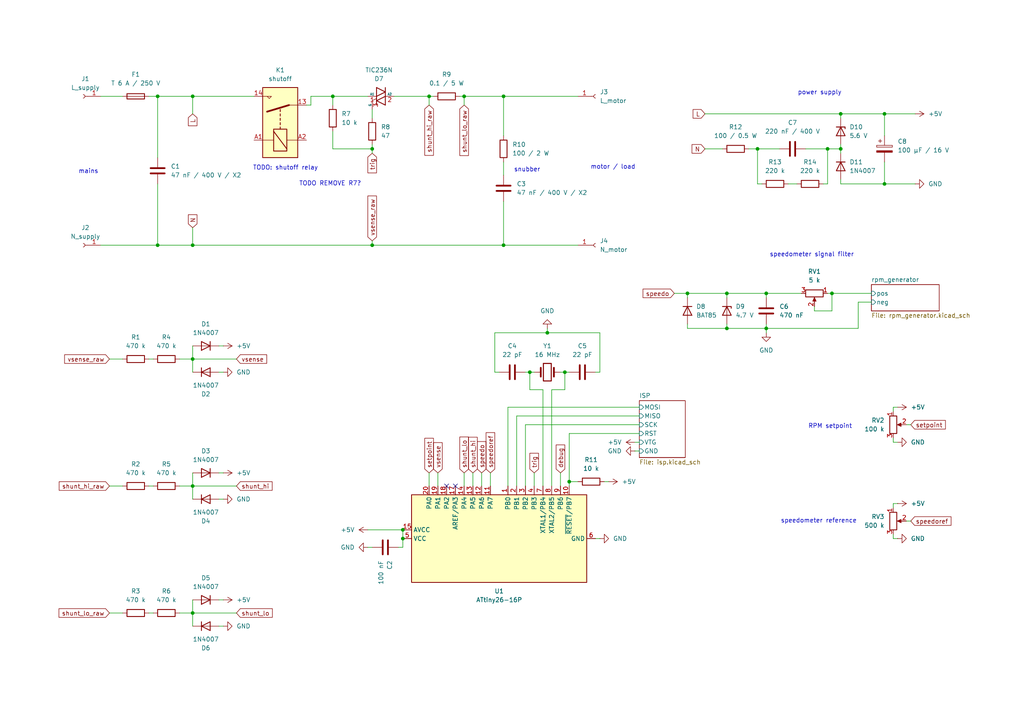
<source format=kicad_sch>
(kicad_sch (version 20231120) (generator "eeschema") (generator_version "8.0")
  (paper "A4")
  (title_block (title "Motor RPM controller - Phase angle based") (date "2024-08-21") (rev "1.0") (company "Michael Büsch <m@bues.ch>"))
  (lib_symbols
    (symbol "Connector:Conn_01x01_Socket" (pin_names (offset 1.016) hide)
      (property "Reference" "J" (at 0 2.54 0))
      (property "Value" "Conn_01x01_Socket" (at 0 -2.54 0))
      (symbol "Conn_01x01_Socket_1_1"
        (polyline (pts (xy -1.27 0) (xy -0.508 0)) (stroke (width 0.1524)))
        (arc (start 0 0.508) (mid -0.5058 0) (end 0 -0.508) (stroke (width 0.1524)))
        (pin passive line (at -5.08 0 0) (length 3.81) (name "Pin_1") (number "1"))
      )
    )
    (symbol "Device:C" (pin_numbers hide) (pin_names (offset 0.254))
      (property "Reference" "C" (at 0.635 2.54 0))
      (property "Value" "C" (at 0.635 -2.54 0))
      (symbol "C_0_1"
        (polyline (pts (xy -2.032 -0.762) (xy 2.032 -0.762)) (stroke (width 0.508)))
        (polyline (pts (xy -2.032 0.762) (xy 2.032 0.762)) (stroke (width 0.508)))
      )
      (symbol "C_1_1"
        (pin passive line (at 0 3.81 270) (length 2.794) (name "~") (number "1"))
        (pin passive line (at 0 -3.81 90) (length 2.794) (name "~") (number "2"))
      )
    )
    (symbol "Device:C_Polarized" (pin_numbers hide) (pin_names (offset 0.254))
      (property "Reference" "C" (at 0.635 2.54 0))
      (property "Value" "C_Polarized" (at 0.635 -2.54 0))
      (symbol "C_Polarized_0_1"
        (rectangle (start -2.286 0.508) (end 2.286 1.016))
        (polyline (pts (xy -1.778 2.286) (xy -0.762 2.286)))
        (polyline (pts (xy -1.27 2.794) (xy -1.27 1.778)))
        (rectangle (start 2.286 -0.508) (end -2.286 -1.016) (fill (type outline)))
      )
      (symbol "C_Polarized_1_1"
        (pin passive line (at 0 3.81 270) (length 2.794) (name "~") (number "1"))
        (pin passive line (at 0 -3.81 90) (length 2.794) (name "~") (number "2"))
      )
    )
    (symbol "Device:Crystal" (pin_numbers hide) (pin_names (offset 1.016) hide)
      (property "Reference" "Y" (at 0 3.81 0))
      (property "Value" "Crystal" (at 0 -3.81 0))
      (symbol "Crystal_0_1"
        (rectangle (start -1.143 2.54) (end 1.143 -2.54) (stroke (width 0.3048)))
        (polyline (pts (xy -2.54 0) (xy -1.905 0)))
        (polyline (pts (xy -1.905 -1.27) (xy -1.905 1.27)) (stroke (width 0.508)))
        (polyline (pts (xy 1.905 -1.27) (xy 1.905 1.27)) (stroke (width 0.508)))
        (polyline (pts (xy 2.54 0) (xy 1.905 0)))
      )
      (symbol "Crystal_1_1"
        (pin passive line (at -3.81 0 0) (length 1.27) (name "1") (number "1"))
        (pin passive line (at 3.81 0 180) (length 1.27) (name "2") (number "2"))
      )
    )
    (symbol "Device:D" (pin_numbers hide) (pin_names (offset 1.016) hide)
      (property "Reference" "D" (at 0 2.54 0))
      (property "Value" "D" (at 0 -2.54 0))
      (symbol "D_0_1"
        (polyline (pts (xy -1.27 1.27) (xy -1.27 -1.27)) (stroke (width 0.254)))
        (polyline (pts (xy 1.27 0) (xy -1.27 0)))
        (polyline (pts (xy 1.27 1.27) (xy 1.27 -1.27) (xy -1.27 0) (xy 1.27 1.27)) (stroke (width 0.254)))
      )
      (symbol "D_1_1"
        (pin passive line (at -3.81 0 0) (length 2.54) (name "K") (number "1"))
        (pin passive line (at 3.81 0 180) (length 2.54) (name "A") (number "2"))
      )
    )
    (symbol "Device:D_Zener" (pin_numbers hide) (pin_names (offset 1.016) hide)
      (property "Reference" "D" (at 0 2.54 0))
      (property "Value" "D_Zener" (at 0 -2.54 0))
      (symbol "D_Zener_0_1"
        (polyline (pts (xy 1.27 0) (xy -1.27 0)))
        (polyline (pts (xy -1.27 -1.27) (xy -1.27 1.27) (xy -0.762 1.27)) (stroke (width 0.254)))
        (polyline (pts (xy 1.27 -1.27) (xy 1.27 1.27) (xy -1.27 0) (xy 1.27 -1.27)) (stroke (width 0.254)))
      )
      (symbol "D_Zener_1_1"
        (pin passive line (at -3.81 0 0) (length 2.54) (name "K") (number "1"))
        (pin passive line (at 3.81 0 180) (length 2.54) (name "A") (number "2"))
      )
    )
    (symbol "Device:Fuse" (pin_numbers hide) (pin_names (offset 0))
      (property "Reference" "F" (at 2.032 0 90))
      (property "Value" "Fuse" (at -1.905 0 90))
      (symbol "Fuse_0_1"
        (rectangle (start -0.762 -2.54) (end 0.762 2.54) (stroke (width 0.254)))
        (polyline (pts (xy 0 2.54) (xy 0 -2.54)))
      )
      (symbol "Fuse_1_1"
        (pin passive line (at 0 3.81 270) (length 1.27) (name "~") (number "1"))
        (pin passive line (at 0 -3.81 90) (length 1.27) (name "~") (number "2"))
      )
    )
    (symbol "Device:R" (pin_numbers hide) (pin_names (offset 0))
      (property "Reference" "R" (at 2.032 0 90))
      (property "Value" "R" (at 0 0 90))
      (symbol "R_0_1"
        (rectangle (start -1.016 -2.54) (end 1.016 2.54) (stroke (width 0.254)))
      )
      (symbol "R_1_1"
        (pin passive line (at 0 3.81 270) (length 1.27) (name "~") (number "1"))
        (pin passive line (at 0 -3.81 90) (length 1.27) (name "~") (number "2"))
      )
    )
    (symbol "Device:R_Potentiometer" (pin_names (offset 1.016) hide)
      (property "Reference" "RV" (at -4.445 0 90))
      (property "Value" "R_Potentiometer" (at -2.54 0 90))
      (symbol "R_Potentiometer_0_1"
        (polyline (pts (xy 2.54 0) (xy 1.524 0)))
        (polyline (pts (xy 1.143 0) (xy 2.286 0.508) (xy 2.286 -0.508) (xy 1.143 0)) (fill (type outline)))
        (rectangle (start 1.016 2.54) (end -1.016 -2.54) (stroke (width 0.254)))
      )
      (symbol "R_Potentiometer_1_1"
        (pin passive line (at 0 3.81 270) (length 1.27) (name "1") (number "1"))
        (pin passive line (at 3.81 0 180) (length 1.27) (name "2") (number "2"))
        (pin passive line (at 0 -3.81 90) (length 1.27) (name "3") (number "3"))
      )
    )
    (symbol "Diode:1N4007" (pin_numbers hide) (pin_names hide)
      (property "Reference" "D" (at 0 2.54 0))
      (property "Value" "1N4007" (at 0 -2.54 0))
      (symbol "1N4007_0_1"
        (polyline (pts (xy -1.27 1.27) (xy -1.27 -1.27)) (stroke (width 0.254)))
        (polyline (pts (xy 1.27 0) (xy -1.27 0)))
        (polyline (pts (xy 1.27 1.27) (xy 1.27 -1.27) (xy -1.27 0) (xy 1.27 1.27)) (stroke (width 0.254)))
      )
      (symbol "1N4007_1_1"
        (pin passive line (at -3.81 0 0) (length 2.54) (name "K") (number "1"))
        (pin passive line (at 3.81 0 180) (length 2.54) (name "A") (number "2"))
      )
    )
    (symbol "MCU_Microchip_ATtiny:ATtiny26-16P"
      (property "Reference" "U" (at -12.7 26.67 0))
      (property "Value" "ATtiny26-16P" (at 2.54 -26.67 0))
      (symbol "ATtiny26-16P_0_1"
        (rectangle (start -12.7 -25.4) (end 12.7 25.4) (stroke (width 0.254)) (fill (type background)))
      )
      (symbol "ATtiny26-16P_1_1"
        (pin bidirectional line (at 15.24 -2.54 180) (length 2.54) (name "PB0") (number "1"))
        (pin bidirectional line (at 15.24 -20.32 180) (length 2.54) (name "~{RESET}/PB7") (number "10"))
        (pin bidirectional line (at 15.24 2.54 180) (length 2.54) (name "PA7") (number "11"))
        (pin bidirectional line (at 15.24 5.08 180) (length 2.54) (name "PA6") (number "12"))
        (pin bidirectional line (at 15.24 7.62 180) (length 2.54) (name "PA5") (number "13"))
        (pin bidirectional line (at 15.24 10.16 180) (length 2.54) (name "PA4") (number "14"))
        (pin power_in line (at 2.54 27.94 270) (length 2.54) (name "AVCC") (number "15"))
        (pin passive line (at 0 -27.94 90) (length 2.54) hide (name "GND") (number "16"))
        (pin bidirectional line (at 15.24 12.7 180) (length 2.54) (name "AREF/PA3") (number "17"))
        (pin bidirectional line (at 15.24 15.24 180) (length 2.54) (name "PA2") (number "18"))
        (pin bidirectional line (at 15.24 17.78 180) (length 2.54) (name "PA1") (number "19"))
        (pin bidirectional line (at 15.24 -5.08 180) (length 2.54) (name "PB1") (number "2"))
        (pin bidirectional line (at 15.24 20.32 180) (length 2.54) (name "PA0") (number "20"))
        (pin bidirectional line (at 15.24 -7.62 180) (length 2.54) (name "PB2") (number "3"))
        (pin bidirectional line (at 15.24 -10.16 180) (length 2.54) (name "PB3") (number "4"))
        (pin power_in line (at 0 27.94 270) (length 2.54) (name "VCC") (number "5"))
        (pin power_in line (at 0 -27.94 90) (length 2.54) (name "GND") (number "6"))
        (pin bidirectional line (at 15.24 -12.7 180) (length 2.54) (name "XTAL1/PB4") (number "7"))
        (pin bidirectional line (at 15.24 -15.24 180) (length 2.54) (name "XTAL2/PB5") (number "8"))
        (pin bidirectional line (at 15.24 -17.78 180) (length 2.54) (name "PB6") (number "9"))
      )
    )
    (symbol "Relay:Relay_SPST-NO"
      (property "Reference" "K" (at 11.43 3.81 0))
      (property "Value" "Relay_SPST-NO" (at 11.43 1.27 0))
      (symbol "Relay_SPST-NO_0_0"
        (polyline (pts (xy 7.62 5.08) (xy 7.62 2.54) (xy 6.985 3.175) (xy 7.62 3.81)))
      )
      (symbol "Relay_SPST-NO_0_1"
        (rectangle (start -10.16 5.08) (end 10.16 -5.08) (stroke (width 0.254)) (fill (type background)))
        (rectangle (start -8.255 1.905) (end -1.905 -1.905) (stroke (width 0.254)))
        (polyline (pts (xy -7.62 -1.905) (xy -2.54 1.905)) (stroke (width 0.254)))
        (polyline (pts (xy -5.08 -5.08) (xy -5.08 -1.905)))
        (polyline (pts (xy -5.08 5.08) (xy -5.08 1.905)))
        (polyline (pts (xy -1.905 0) (xy -1.27 0)) (stroke (width 0.254)))
        (polyline (pts (xy -0.635 0) (xy 0 0)) (stroke (width 0.254)))
        (polyline (pts (xy 0.635 0) (xy 1.27 0)) (stroke (width 0.254)))
        (polyline (pts (xy 1.905 0) (xy 2.54 0)) (stroke (width 0.254)))
        (polyline (pts (xy 3.175 0) (xy 3.81 0)) (stroke (width 0.254)))
        (polyline (pts (xy 5.08 -2.54) (xy 3.175 3.81)) (stroke (width 0.508)))
        (polyline (pts (xy 5.08 -2.54) (xy 5.08 -5.08)))
      )
      (symbol "Relay_SPST-NO_1_1"
        (pin passive line (at 5.08 -7.62 90) (length 2.54) (name "~") (number "13"))
        (pin passive line (at 7.62 7.62 270) (length 2.54) (name "~") (number "14"))
        (pin passive line (at -5.08 7.62 270) (length 2.54) (name "~") (number "A1"))
        (pin passive line (at -5.08 -7.62 90) (length 2.54) (name "~") (number "A2"))
      )
    )
    (symbol "Triac_Thyristor:Generic_Triac_A1A2G" (pin_names (offset 0))
      (property "Reference" "D" (at 3.175 0.635 0))
      (property "Value" "Generic_Triac_A1A2G" (at 3.175 -1.27 0))
      (symbol "Generic_Triac_A1A2G_0_1"
        (polyline (pts (xy -2.54 -1.27) (xy 2.54 -1.27)) (stroke (width 0.254)))
        (polyline (pts (xy -2.54 1.27) (xy 2.54 1.27)) (stroke (width 0.254)))
        (polyline (pts (xy -1.27 -2.54) (xy -0.635 -1.27)))
        (polyline (pts (xy -2.54 1.27) (xy -1.27 -1.27) (xy 0 1.27)) (stroke (width 0.254)))
        (polyline (pts (xy 0 -1.27) (xy 1.27 1.27) (xy 2.54 -1.27)) (stroke (width 0.254)))
      )
      (symbol "Generic_Triac_A1A2G_1_1"
        (pin passive line (at 0 -3.81 90) (length 2.54) (name "A1") (number "1"))
        (pin passive line (at 0 3.81 270) (length 2.54) (name "A2") (number "2"))
        (pin input line (at -3.81 -2.54 0) (length 2.54) (name "G") (number "3"))
      )
    )
    (symbol "power:+5V" (power) (pin_numbers hide) (pin_names (offset 0) hide)
      (property "Value" "+5V" (at 0 3.556 0))
      (symbol "+5V_0_1"
        (polyline (pts (xy -0.762 1.27) (xy 0 2.54)))
        (polyline (pts (xy 0 0) (xy 0 2.54)))
        (polyline (pts (xy 0 2.54) (xy 0.762 1.27)))
      )
      (symbol "+5V_1_1"
        (pin power_in line (at 0 0 90) (length 0) (name "~") (number "1"))
      )
    )
    (symbol "power:GND" (power) (pin_numbers hide) (pin_names (offset 0) hide)
      (property "Value" "GND" (at 0 -3.81 0))
      (symbol "GND_0_1"
        (polyline (pts (xy 0 0) (xy 0 -1.27) (xy 1.27 -1.27) (xy 0 -2.54) (xy -1.27 -1.27) (xy 0 -1.27)))
      )
      (symbol "GND_1_1"
        (pin power_in line (at 0 0 270) (length 0) (name "~") (number "1"))
      )
    )
  )
  (junction (at 55.88 140.97))
  (junction (at 165.1 139.7))
  (junction (at 55.88 104.14))
  (junction (at 158.75 96.52))
  (junction (at 153.67 107.95))
  (junction (at 210.82 85.09))
  (junction (at 240.03 43.18))
  (junction (at 210.82 95.25))
  (junction (at 116.84 156.21))
  (junction (at 222.25 95.25))
  (junction (at 256.54 53.34))
  (junction (at 163.83 107.95))
  (junction (at 199.39 85.09))
  (junction (at 241.3 85.09))
  (junction (at 45.72 27.94))
  (junction (at 45.72 71.12))
  (junction (at 107.95 71.12))
  (junction (at 243.84 43.18))
  (junction (at 55.88 177.8))
  (junction (at 107.95 43.18))
  (junction (at 243.84 33.02))
  (junction (at 222.25 85.09))
  (junction (at 96.52 27.94))
  (junction (at 256.54 33.02))
  (junction (at 124.46 27.94))
  (junction (at 116.84 153.67))
  (junction (at 146.05 27.94))
  (junction (at 219.71 43.18))
  (junction (at 146.05 71.12))
  (junction (at 134.62 27.94))
  (junction (at 55.88 27.94))
  (junction (at 55.88 71.12))
  (no_connect (at 132.08 140.97))
  (no_connect (at 129.54 140.97))
  (wire (pts (xy 55.88 177.8) (xy 55.88 181.61)))
  (wire (pts (xy 162.56 137.16) (xy 162.56 140.97)))
  (wire (pts (xy 220.98 53.34) (xy 219.71 53.34)))
  (wire (pts (xy 259.08 118.11) (xy 260.35 118.11)))
  (wire (pts (xy 209.55 43.18) (xy 204.47 43.18)))
  (wire (pts (xy 153.67 107.95) (xy 154.94 107.95)))
  (wire (pts (xy 149.86 120.65) (xy 185.42 120.65)))
  (wire (pts (xy 165.1 139.7) (xy 165.1 140.97)))
  (wire (pts (xy 219.71 43.18) (xy 219.71 53.34)))
  (wire (pts (xy 241.3 85.09) (xy 240.03 85.09)))
  (wire (pts (xy 243.84 34.29) (xy 243.84 33.02)))
  (wire (pts (xy 162.56 107.95) (xy 163.83 107.95)))
  (wire (pts (xy 96.52 27.94) (xy 106.68 27.94)))
  (wire (pts (xy 199.39 95.25) (xy 210.82 95.25)))
  (wire (pts (xy 222.25 95.25) (xy 222.25 96.52)))
  (wire (pts (xy 184.15 128.27) (xy 185.42 128.27)))
  (wire (pts (xy 134.62 27.94) (xy 134.62 30.48)))
  (wire (pts (xy 195.58 85.09) (xy 199.39 85.09)))
  (wire (pts (xy 43.18 177.8) (xy 44.45 177.8)))
  (wire (pts (xy 222.25 85.09) (xy 232.41 85.09)))
  (wire (pts (xy 172.72 156.21) (xy 173.99 156.21)))
  (wire (pts (xy 228.6 53.34) (xy 231.14 53.34)))
  (wire (pts (xy 43.18 140.97) (xy 44.45 140.97)))
  (wire (pts (xy 55.88 177.8) (xy 68.58 177.8)))
  (wire (pts (xy 241.3 85.09) (xy 252.73 85.09)))
  (wire (pts (xy 241.3 90.17) (xy 241.3 85.09)))
  (wire (pts (xy 55.88 27.94) (xy 73.66 27.94)))
  (wire (pts (xy 133.35 27.94) (xy 134.62 27.94)))
  (wire (pts (xy 153.67 113.03) (xy 157.48 113.03)))
  (wire (pts (xy 146.05 27.94) (xy 146.05 39.37)))
  (wire (pts (xy 52.07 140.97) (xy 55.88 140.97)))
  (wire (pts (xy 243.84 33.02) (xy 256.54 33.02)))
  (wire (pts (xy 163.83 107.95) (xy 163.83 113.03)))
  (wire (pts (xy 116.84 156.21) (xy 116.84 158.75)))
  (wire (pts (xy 243.84 43.18) (xy 243.84 44.45)))
  (wire (pts (xy 259.08 154.94) (xy 259.08 156.21)))
  (wire (pts (xy 147.32 118.11) (xy 185.42 118.11)))
  (wire (pts (xy 31.75 140.97) (xy 35.56 140.97)))
  (wire (pts (xy 256.54 33.02) (xy 265.43 33.02)))
  (wire (pts (xy 107.95 31.75) (xy 107.95 34.29)))
  (wire (pts (xy 149.86 140.97) (xy 149.86 120.65)))
  (wire (pts (xy 139.7 137.16) (xy 139.7 140.97)))
  (wire (pts (xy 152.4 140.97) (xy 152.4 123.19)))
  (wire (pts (xy 262.89 123.19) (xy 264.16 123.19)))
  (wire (pts (xy 144.78 107.95) (xy 143.51 107.95)))
  (wire (pts (xy 236.22 88.9) (xy 236.22 90.17)))
  (wire (pts (xy 146.05 71.12) (xy 167.64 71.12)))
  (wire (pts (xy 55.88 140.97) (xy 55.88 144.78)))
  (wire (pts (xy 146.05 27.94) (xy 167.64 27.94)))
  (wire (pts (xy 45.72 71.12) (xy 55.88 71.12)))
  (wire (pts (xy 55.88 27.94) (xy 55.88 33.02)))
  (wire (pts (xy 107.95 43.18) (xy 107.95 44.45)))
  (wire (pts (xy 63.5 107.95) (xy 64.77 107.95)))
  (wire (pts (xy 259.08 146.05) (xy 260.35 146.05)))
  (wire (pts (xy 163.83 107.95) (xy 165.1 107.95)))
  (wire (pts (xy 259.08 146.05) (xy 259.08 147.32)))
  (wire (pts (xy 184.15 130.81) (xy 185.42 130.81)))
  (wire (pts (xy 134.62 137.16) (xy 134.62 140.97)))
  (wire (pts (xy 199.39 85.09) (xy 210.82 85.09)))
  (wire (pts (xy 158.75 95.25) (xy 158.75 96.52)))
  (wire (pts (xy 114.3 27.94) (xy 124.46 27.94)))
  (wire (pts (xy 55.88 140.97) (xy 68.58 140.97)))
  (wire (pts (xy 116.84 158.75) (xy 115.57 158.75)))
  (wire (pts (xy 256.54 53.34) (xy 256.54 46.99)))
  (wire (pts (xy 45.72 27.94) (xy 55.88 27.94)))
  (wire (pts (xy 243.84 43.18) (xy 243.84 41.91)))
  (wire (pts (xy 31.75 104.14) (xy 35.56 104.14)))
  (wire (pts (xy 199.39 93.98) (xy 199.39 95.25)))
  (wire (pts (xy 158.75 96.52) (xy 173.99 96.52)))
  (wire (pts (xy 259.08 127) (xy 259.08 128.27)))
  (wire (pts (xy 134.62 27.94) (xy 146.05 27.94)))
  (wire (pts (xy 259.08 156.21) (xy 260.35 156.21)))
  (wire (pts (xy 63.5 173.99) (xy 64.77 173.99)))
  (wire (pts (xy 252.73 87.63) (xy 248.92 87.63)))
  (wire (pts (xy 106.68 158.75) (xy 107.95 158.75)))
  (wire (pts (xy 219.71 43.18) (xy 226.06 43.18)))
  (wire (pts (xy 45.72 27.94) (xy 45.72 45.72)))
  (wire (pts (xy 55.88 100.33) (xy 55.88 104.14)))
  (wire (pts (xy 256.54 53.34) (xy 265.43 53.34)))
  (wire (pts (xy 157.48 113.03) (xy 157.48 140.97)))
  (wire (pts (xy 210.82 93.98) (xy 210.82 95.25)))
  (wire (pts (xy 52.07 104.14) (xy 55.88 104.14)))
  (wire (pts (xy 163.83 113.03) (xy 160.02 113.03)))
  (wire (pts (xy 236.22 90.17) (xy 241.3 90.17)))
  (wire (pts (xy 55.88 104.14) (xy 68.58 104.14)))
  (wire (pts (xy 146.05 58.42) (xy 146.05 71.12)))
  (wire (pts (xy 142.24 137.16) (xy 142.24 140.97)))
  (wire (pts (xy 31.75 177.8) (xy 35.56 177.8)))
  (wire (pts (xy 55.88 137.16) (xy 55.88 140.97)))
  (wire (pts (xy 116.84 153.67) (xy 116.84 156.21)))
  (wire (pts (xy 96.52 38.1) (xy 96.52 43.18)))
  (wire (pts (xy 153.67 107.95) (xy 153.67 113.03)))
  (wire (pts (xy 88.9 30.48) (xy 90.17 30.48)))
  (wire (pts (xy 124.46 137.16) (xy 124.46 140.97)))
  (wire (pts (xy 173.99 96.52) (xy 173.99 107.95)))
  (wire (pts (xy 96.52 43.18) (xy 107.95 43.18)))
  (wire (pts (xy 55.88 66.04) (xy 55.88 71.12)))
  (wire (pts (xy 262.89 151.13) (xy 264.16 151.13)))
  (wire (pts (xy 243.84 52.07) (xy 243.84 53.34)))
  (wire (pts (xy 173.99 107.95) (xy 172.72 107.95)))
  (wire (pts (xy 124.46 27.94) (xy 125.73 27.94)))
  (wire (pts (xy 222.25 93.98) (xy 222.25 95.25)))
  (wire (pts (xy 222.25 95.25) (xy 248.92 95.25)))
  (wire (pts (xy 55.88 173.99) (xy 55.88 177.8)))
  (wire (pts (xy 107.95 41.91) (xy 107.95 43.18)))
  (wire (pts (xy 55.88 71.12) (xy 107.95 71.12)))
  (wire (pts (xy 259.08 128.27) (xy 260.35 128.27)))
  (wire (pts (xy 124.46 27.94) (xy 124.46 30.48)))
  (wire (pts (xy 45.72 53.34) (xy 45.72 71.12)))
  (wire (pts (xy 154.94 137.16) (xy 154.94 140.97)))
  (wire (pts (xy 210.82 85.09) (xy 222.25 85.09)))
  (wire (pts (xy 52.07 177.8) (xy 55.88 177.8)))
  (wire (pts (xy 152.4 107.95) (xy 153.67 107.95)))
  (wire (pts (xy 248.92 87.63) (xy 248.92 95.25)))
  (wire (pts (xy 29.21 27.94) (xy 35.56 27.94)))
  (wire (pts (xy 199.39 85.09) (xy 199.39 86.36)))
  (wire (pts (xy 240.03 43.18) (xy 243.84 43.18)))
  (wire (pts (xy 90.17 30.48) (xy 90.17 27.94)))
  (wire (pts (xy 63.5 144.78) (xy 64.77 144.78)))
  (wire (pts (xy 137.16 137.16) (xy 137.16 140.97)))
  (wire (pts (xy 43.18 104.14) (xy 44.45 104.14)))
  (wire (pts (xy 96.52 27.94) (xy 96.52 30.48)))
  (wire (pts (xy 165.1 125.73) (xy 185.42 125.73)))
  (wire (pts (xy 43.18 27.94) (xy 45.72 27.94)))
  (wire (pts (xy 233.68 43.18) (xy 240.03 43.18)))
  (wire (pts (xy 143.51 107.95) (xy 143.51 96.52)))
  (wire (pts (xy 165.1 139.7) (xy 165.1 125.73)))
  (wire (pts (xy 152.4 123.19) (xy 185.42 123.19)))
  (wire (pts (xy 55.88 104.14) (xy 55.88 107.95)))
  (wire (pts (xy 106.68 153.67) (xy 116.84 153.67)))
  (wire (pts (xy 107.95 71.12) (xy 146.05 71.12)))
  (wire (pts (xy 107.95 69.85) (xy 107.95 71.12)))
  (wire (pts (xy 259.08 118.11) (xy 259.08 119.38)))
  (wire (pts (xy 146.05 46.99) (xy 146.05 50.8)))
  (wire (pts (xy 175.26 139.7) (xy 176.53 139.7)))
  (wire (pts (xy 217.17 43.18) (xy 219.71 43.18)))
  (wire (pts (xy 90.17 27.94) (xy 96.52 27.94)))
  (wire (pts (xy 238.76 53.34) (xy 240.03 53.34)))
  (wire (pts (xy 63.5 137.16) (xy 64.77 137.16)))
  (wire (pts (xy 204.47 33.02) (xy 243.84 33.02)))
  (wire (pts (xy 240.03 53.34) (xy 240.03 43.18)))
  (wire (pts (xy 210.82 85.09) (xy 210.82 86.36)))
  (wire (pts (xy 243.84 53.34) (xy 256.54 53.34)))
  (wire (pts (xy 222.25 85.09) (xy 222.25 86.36)))
  (wire (pts (xy 256.54 33.02) (xy 256.54 39.37)))
  (wire (pts (xy 63.5 181.61) (xy 64.77 181.61)))
  (wire (pts (xy 143.51 96.52) (xy 158.75 96.52)))
  (wire (pts (xy 29.21 71.12) (xy 45.72 71.12)))
  (wire (pts (xy 63.5 100.33) (xy 64.77 100.33)))
  (wire (pts (xy 160.02 113.03) (xy 160.02 140.97)))
  (wire (pts (xy 127 137.16) (xy 127 140.97)))
  (wire (pts (xy 165.1 139.7) (xy 167.64 139.7)))
  (wire (pts (xy 210.82 95.25) (xy 222.25 95.25)))
  (wire (pts (xy 147.32 140.97) (xy 147.32 118.11)))
  (text "speedometer signal filter" (at 235.458 73.914 0) (effects (font (size 1.27 1.27))))
  (text "TODO: shutoff relay" (at 82.804 48.768 0) (effects (font (size 1.27 1.27))))
  (text "snubber" (at 152.908 49.276 0) (effects (font (size 1.27 1.27))))
  (text "TODO REMOVE R7?" (at 95.758 53.34 0) (effects (font (size 1.27 1.27))))
  (text "power supply" (at 237.744 26.924 0) (effects (font (size 1.27 1.27))))
  (text "motor / load" (at 177.8 48.514 0) (effects (font (size 1.27 1.27))))
  (text "speedometer reference" (at 237.49 151.13 0) (effects (font (size 1.27 1.27))))
  (text "RPM setpoint" (at 240.792 123.698 0) (effects (font (size 1.27 1.27))))
  (text "mains" (at 25.654 49.784 0) (effects (font (size 1.27 1.27))))
  (global_label "speedo" (shape input) (at 139.7 137.16 90) (property "Intersheetrefs" "${INTERSHEET_REFS}" (effects (hide yes))))
  (global_label "shunt_hi_raw" (shape input) (at 124.46 30.48 270) (property "Intersheetrefs" "${INTERSHEET_REFS}" (effects (hide yes))))
  (global_label "debug" (shape input) (at 162.56 137.16 90) (property "Intersheetrefs" "${INTERSHEET_REFS}" (effects (hide yes))))
  (global_label "N" (shape input) (at 204.47 43.18 180) (property "Intersheetrefs" "${INTERSHEET_REFS}" (effects (hide yes))))
  (global_label "vsense_raw" (shape input) (at 107.95 69.85 90) (property "Intersheetrefs" "${INTERSHEET_REFS}" (effects (hide yes))))
  (global_label "shunt_lo_raw" (shape input) (at 134.62 30.48 270) (property "Intersheetrefs" "${INTERSHEET_REFS}" (effects (hide yes))))
  (global_label "L" (shape input) (at 204.47 33.02 180) (property "Intersheetrefs" "${INTERSHEET_REFS}" (effects (hide yes))))
  (global_label "shunt_hi_raw" (shape input) (at 31.75 140.97 180) (property "Intersheetrefs" "${INTERSHEET_REFS}" (effects (hide yes))))
  (global_label "vsense" (shape input) (at 127 137.16 90) (property "Intersheetrefs" "${INTERSHEET_REFS}" (effects (hide yes))))
  (global_label "shunt_hi" (shape input) (at 137.16 137.16 90) (property "Intersheetrefs" "${INTERSHEET_REFS}" (effects (hide yes))))
  (global_label "vsense_raw" (shape input) (at 31.75 104.14 180) (property "Intersheetrefs" "${INTERSHEET_REFS}" (effects (hide yes))))
  (global_label "vsense" (shape input) (at 68.58 104.14 0) (property "Intersheetrefs" "${INTERSHEET_REFS}" (effects (hide yes))))
  (global_label "speedo" (shape input) (at 195.58 85.09 180) (property "Intersheetrefs" "${INTERSHEET_REFS}" (effects (hide yes))))
  (global_label "L" (shape input) (at 55.88 33.02 270) (property "Intersheetrefs" "${INTERSHEET_REFS}" (effects (hide yes))))
  (global_label "setpoint" (shape input) (at 264.16 123.19 0) (property "Intersheetrefs" "${INTERSHEET_REFS}" (effects (hide yes))))
  (global_label "setpoint" (shape input) (at 124.46 137.16 90) (property "Intersheetrefs" "${INTERSHEET_REFS}" (effects (hide yes))))
  (global_label "shunt_lo" (shape input) (at 134.62 137.16 90) (property "Intersheetrefs" "${INTERSHEET_REFS}" (effects (hide yes))))
  (global_label "trig" (shape input) (at 107.95 44.45 270) (property "Intersheetrefs" "${INTERSHEET_REFS}" (effects (hide yes))))
  (global_label "N" (shape input) (at 55.88 66.04 90) (property "Intersheetrefs" "${INTERSHEET_REFS}" (effects (hide yes))))
  (global_label "shunt_lo_raw" (shape input) (at 31.75 177.8 180) (property "Intersheetrefs" "${INTERSHEET_REFS}" (effects (hide yes))))
  (global_label "shunt_lo" (shape input) (at 68.58 177.8 0) (property "Intersheetrefs" "${INTERSHEET_REFS}" (effects (hide yes))))
  (global_label "trig" (shape input) (at 154.94 137.16 90) (property "Intersheetrefs" "${INTERSHEET_REFS}" (effects (hide yes))))
  (global_label "shunt_hi" (shape input) (at 68.58 140.97 0) (property "Intersheetrefs" "${INTERSHEET_REFS}" (effects (hide yes))))
  (global_label "speedoref" (shape input) (at 142.24 137.16 90) (property "Intersheetrefs" "${INTERSHEET_REFS}" (effects (hide yes))))
  (global_label "speedoref" (shape input) (at 264.16 151.13 0) (property "Intersheetrefs" "${INTERSHEET_REFS}" (effects (hide yes))))
  (symbol (lib_id "Device:R") (at 234.95 53.34 90) (unit 1)
    (property "Reference" "R14" (at 234.95 46.99 90))
    (property "Value" "220 k" (at 234.95 49.53 90))
    (property "Description" "Resistor" (effects (hide yes)))
  )
  (symbol (lib_id "power:GND") (at 260.35 128.27 90) (unit 1)
    (property "Reference" "#PWR016" (effects (hide yes)))
    (property "Value" "GND" (at 264.16 128.2699 90) (effects (justify right)))
    (property "Description" "Power symbol creates a global label with name \"GND\" , ground" (effects (hide yes)))
  )
  (symbol (lib_id "power:GND") (at 222.25 96.52 0) (unit 1)
    (property "Reference" "#PWR014" (effects (hide yes)))
    (property "Value" "GND" (at 222.25 101.6 0))
    (property "Description" "Power symbol creates a global label with name \"GND\" , ground" (effects (hide yes)))
  )
  (symbol (lib_id "Device:R") (at 224.79 53.34 90) (unit 1)
    (property "Reference" "R13" (at 224.79 46.99 90))
    (property "Value" "220 k" (at 224.79 49.53 90))
    (property "Description" "Resistor" (effects (hide yes)))
  )
  (symbol (lib_id "Device:C") (at 168.91 107.95 90) (unit 1)
    (property "Reference" "C5" (at 168.91 100.33 90))
    (property "Value" "22 pF" (at 168.91 102.87 90))
    (property "Description" "Unpolarized capacitor" (effects (hide yes)))
  )
  (symbol (lib_id "Device:R") (at 146.05 43.18 0) (unit 1)
    (property "Reference" "R10" (at 148.59 41.9099 0) (effects (justify left)))
    (property "Value" "100 / 2 W" (at 148.59 44.4499 0) (effects (justify left)))
    (property "Description" "Resistor" (effects (hide yes)))
  )
  (symbol (lib_id "Diode:1N4007") (at 59.69 107.95 0) (mirror x) (unit 1)
    (property "Reference" "D2" (at 59.69 114.3 0))
    (property "Value" "1N4007" (at 59.69 111.76 0))
    (property "Footprint" "Diode_THT:D_DO-41_SOD81_P10.16mm_Horizontal" (effects (hide yes)))
    (property "Datasheet" "http://www.vishay.com/docs/88503/1n4001.pdf" (effects (hide yes)))
    (property "Description" "1000V 1A General Purpose Rectifier Diode, DO-41" (effects (hide yes)))
    (property "Sim.Device" "D" (effects (hide yes)))
    (property "Sim.Pins" "1=K 2=A" (effects (hide yes)))
  )
  (symbol (lib_id "MCU_Microchip_ATtiny:ATtiny26-16P") (at 144.78 156.21 90) (unit 1)
    (property "Reference" "U1" (at 144.78 171.45 90))
    (property "Value" "ATtiny26-16P" (at 144.78 173.99 90))
    (property "Footprint" "Package_DIP:DIP-20_W7.62mm" (effects (hide yes)))
    (property "Datasheet" "http://ww1.microchip.com/downloads/en/DeviceDoc/doc1477.pdf" (effects (hide yes)))
    (property "Description" "16MHz, 2kB Flash, 128B SRAM, 128B EEPROM, DIP-20" (effects (hide yes)))
  )
  (symbol (lib_id "Device:Fuse") (at 39.37 27.94 90) (unit 1)
    (property "Reference" "F1" (at 39.37 21.59 90))
    (property "Value" "T 6 A / 250 V" (at 39.37 24.13 90))
    (property "Description" "Fuse" (effects (hide yes)))
  )
  (symbol (lib_id "power:+5V") (at 265.43 33.02 270) (unit 1)
    (property "Reference" "#PWR019" (effects (hide yes)))
    (property "Value" "+5V" (at 269.24 33.0199 90) (effects (justify left)))
    (property "Description" "Power symbol creates a global label with name \"+5V\"" (effects (hide yes)))
  )
  (symbol (lib_id "Device:R") (at 107.95 38.1 0) (unit 1)
    (property "Reference" "R8" (at 110.49 36.8299 0) (effects (justify left)))
    (property "Value" "47" (at 110.49 39.3699 0) (effects (justify left)))
    (property "Description" "Resistor" (effects (hide yes)))
  )
  (symbol (lib_id "power:GND") (at 158.75 95.25 180) (unit 1)
    (property "Reference" "#PWR09" (effects (hide yes)))
    (property "Value" "GND" (at 158.75 90.17 0))
    (property "Description" "Power symbol creates a global label with name \"GND\" , ground" (effects (hide yes)))
  )
  (symbol (lib_id "Device:C") (at 111.76 158.75 270) (unit 1)
    (property "Reference" "C2" (at 113.0301 162.56 0) (effects (justify left)))
    (property "Value" "100 nF" (at 110.4901 162.56 0) (effects (justify left)))
    (property "Description" "Unpolarized capacitor" (effects (hide yes)))
  )
  (symbol (lib_id "Device:R") (at 39.37 104.14 90) (unit 1)
    (property "Reference" "R1" (at 39.37 97.79 90))
    (property "Value" "470 k" (at 39.37 100.33 90))
    (property "Description" "Resistor" (effects (hide yes)))
  )
  (symbol (lib_id "Device:R") (at 96.52 34.29 0) (unit 1)
    (property "Reference" "R7" (at 99.06 33.0199 0) (effects (justify left)))
    (property "Value" "10 k" (at 99.06 35.5599 0) (effects (justify left)))
    (property "Description" "Resistor" (effects (hide yes)))
  )
  (symbol (lib_id "power:GND") (at 106.68 158.75 270) (unit 1)
    (property "Reference" "#PWR08" (effects (hide yes)))
    (property "Value" "GND" (at 102.87 158.7499 90) (effects (justify right)))
    (property "Description" "Power symbol creates a global label with name \"GND\" , ground" (effects (hide yes)))
  )
  (symbol (lib_id "power:GND") (at 64.77 144.78 90) (unit 1)
    (property "Reference" "#PWR04" (effects (hide yes)))
    (property "Value" "GND" (at 68.58 144.7799 90) (effects (justify right)))
    (property "Description" "Power symbol creates a global label with name \"GND\" , ground" (effects (hide yes)))
  )
  (symbol (lib_id "power:GND") (at 173.99 156.21 90) (unit 1)
    (property "Reference" "#PWR010" (effects (hide yes)))
    (property "Value" "GND" (at 177.8 156.2099 90) (effects (justify right)))
    (property "Description" "Power symbol creates a global label with name \"GND\" , ground" (effects (hide yes)))
  )
  (symbol (lib_id "power:GND") (at 260.35 156.21 90) (unit 1)
    (property "Reference" "#PWR018" (effects (hide yes)))
    (property "Value" "GND" (at 264.16 156.2099 90) (effects (justify right)))
    (property "Description" "Power symbol creates a global label with name \"GND\" , ground" (effects (hide yes)))
  )
  (symbol (lib_id "Device:C") (at 222.25 90.17 0) (unit 1)
    (property "Reference" "C6" (at 226.06 88.8999 0) (effects (justify left)))
    (property "Value" "470 nF" (at 226.06 91.4399 0) (effects (justify left)))
    (property "Description" "Unpolarized capacitor" (effects (hide yes)))
  )
  (symbol (lib_id "Device:C") (at 146.05 54.61 0) (unit 1)
    (property "Reference" "C3" (at 149.86 53.3399 0) (effects (justify left)))
    (property "Value" "47 nF / 400 V / X2" (at 149.86 55.8799 0) (effects (justify left)))
    (property "Description" "Unpolarized capacitor" (effects (hide yes)))
  )
  (symbol (lib_id "Device:R") (at 39.37 177.8 90) (unit 1)
    (property "Reference" "R3" (at 39.37 171.45 90))
    (property "Value" "470 k" (at 39.37 173.99 90))
    (property "Description" "Resistor" (effects (hide yes)))
  )
  (symbol (lib_id "Diode:1N4007") (at 59.69 181.61 0) (mirror x) (unit 1)
    (property "Reference" "D6" (at 59.69 187.96 0))
    (property "Value" "1N4007" (at 59.69 185.42 0))
    (property "Footprint" "Diode_THT:D_DO-41_SOD81_P10.16mm_Horizontal" (effects (hide yes)))
    (property "Datasheet" "http://www.vishay.com/docs/88503/1n4001.pdf" (effects (hide yes)))
    (property "Description" "1000V 1A General Purpose Rectifier Diode, DO-41" (effects (hide yes)))
    (property "Sim.Device" "D" (effects (hide yes)))
    (property "Sim.Pins" "1=K 2=A" (effects (hide yes)))
  )
  (symbol (lib_id "Device:C") (at 148.59 107.95 90) (unit 1)
    (property "Reference" "C4" (at 148.59 100.33 90))
    (property "Value" "22 pF" (at 148.59 102.87 90))
    (property "Description" "Unpolarized capacitor" (effects (hide yes)))
  )
  (symbol (lib_id "Device:R_Potentiometer") (at 259.08 151.13 0) (unit 1)
    (property "Reference" "RV3" (at 256.54 149.8599 0) (effects (justify right)))
    (property "Value" "500 k" (at 256.54 152.3999 0) (effects (justify right)))
    (property "Description" "Potentiometer" (effects (hide yes)))
  )
  (symbol (lib_id "Triac_Thyristor:Generic_Triac_A1A2G") (at 110.49 27.94 270) (mirror x) (unit 1)
    (property "Reference" "D7" (at 109.9185 22.86 90))
    (property "Value" "TIC236N" (at 109.9185 20.32 90))
    (property "Description" "Triode for alternating current, anode1/anode2/gate" (effects (hide yes)))
  )
  (symbol (lib_id "Device:C") (at 45.72 49.53 180) (unit 1)
    (property "Reference" "C1" (at 49.53 48.2599 0) (effects (justify right)))
    (property "Value" "47 nF / 400 V / X2" (at 49.53 50.7999 0) (effects (justify right)))
    (property "Description" "Unpolarized capacitor" (effects (hide yes)))
  )
  (symbol (lib_id "Device:R") (at 171.45 139.7 90) (unit 1)
    (property "Reference" "R11" (at 171.45 133.35 90))
    (property "Value" "10 k" (at 171.45 135.89 90))
    (property "Description" "Resistor" (effects (hide yes)))
  )
  (symbol (lib_id "Device:R") (at 39.37 140.97 90) (unit 1)
    (property "Reference" "R2" (at 39.37 134.62 90))
    (property "Value" "470 k" (at 39.37 137.16 90))
    (property "Description" "Resistor" (effects (hide yes)))
  )
  (symbol (lib_id "Device:D") (at 199.39 90.17 270) (unit 1)
    (property "Reference" "D8" (at 201.93 88.8999 90) (effects (justify left)))
    (property "Value" "BAT85" (at 201.93 91.4399 90) (effects (justify left)))
    (property "Description" "Diode" (effects (hide yes)))
    (property "Sim.Device" "D" (effects (hide yes)))
    (property "Sim.Pins" "1=K 2=A" (effects (hide yes)))
  )
  (symbol (lib_id "power:+5V") (at 184.15 128.27 90) (unit 1)
    (property "Reference" "#PWR012" (effects (hide yes)))
    (property "Value" "+5V" (at 180.34 128.2699 90) (effects (justify left)))
    (property "Description" "Power symbol creates a global label with name \"+5V\"" (effects (hide yes)))
  )
  (symbol (lib_id "Device:R") (at 48.26 104.14 90) (unit 1)
    (property "Reference" "R4" (at 48.26 97.79 90))
    (property "Value" "470 k" (at 48.26 100.33 90))
    (property "Description" "Resistor" (effects (hide yes)))
  )
  (symbol (lib_id "Device:R") (at 213.36 43.18 90) (unit 1)
    (property "Reference" "R12" (at 213.36 36.83 90))
    (property "Value" "100 / 0.5 W" (at 213.36 39.37 90))
    (property "Description" "Resistor" (effects (hide yes)))
  )
  (symbol (lib_id "Diode:1N4007") (at 59.69 144.78 0) (mirror x) (unit 1)
    (property "Reference" "D4" (at 59.69 151.13 0))
    (property "Value" "1N4007" (at 59.69 148.59 0))
    (property "Footprint" "Diode_THT:D_DO-41_SOD81_P10.16mm_Horizontal" (effects (hide yes)))
    (property "Datasheet" "http://www.vishay.com/docs/88503/1n4001.pdf" (effects (hide yes)))
    (property "Description" "1000V 1A General Purpose Rectifier Diode, DO-41" (effects (hide yes)))
    (property "Sim.Device" "D" (effects (hide yes)))
    (property "Sim.Pins" "1=K 2=A" (effects (hide yes)))
  )
  (symbol (lib_id "Device:R_Potentiometer") (at 259.08 123.19 0) (unit 1)
    (property "Reference" "RV2" (at 256.54 121.9199 0) (effects (justify right)))
    (property "Value" "100 k" (at 256.54 124.4599 0) (effects (justify right)))
    (property "Description" "Potentiometer" (effects (hide yes)))
  )
  (symbol (lib_id "Device:D_Zener") (at 243.84 38.1 270) (unit 1)
    (property "Reference" "D10" (at 246.38 36.8299 90) (effects (justify left)))
    (property "Value" "5.6 V" (at 246.38 39.3699 90) (effects (justify left)))
    (property "Description" "Zener diode" (effects (hide yes)))
  )
  (symbol (lib_id "Diode:1N4007") (at 59.69 173.99 180) (unit 1)
    (property "Reference" "D5" (at 59.69 167.64 0))
    (property "Value" "1N4007" (at 59.69 170.18 0))
    (property "Footprint" "Diode_THT:D_DO-41_SOD81_P10.16mm_Horizontal" (effects (hide yes)))
    (property "Datasheet" "http://www.vishay.com/docs/88503/1n4001.pdf" (effects (hide yes)))
    (property "Description" "1000V 1A General Purpose Rectifier Diode, DO-41" (effects (hide yes)))
    (property "Sim.Device" "D" (effects (hide yes)))
    (property "Sim.Pins" "1=K 2=A" (effects (hide yes)))
  )
  (symbol (lib_id "Device:R") (at 48.26 140.97 90) (unit 1)
    (property "Reference" "R5" (at 48.26 134.62 90))
    (property "Value" "470 k" (at 48.26 137.16 90))
    (property "Description" "Resistor" (effects (hide yes)))
  )
  (symbol (lib_id "Diode:1N4007") (at 59.69 100.33 180) (unit 1)
    (property "Reference" "D1" (at 59.69 93.98 0))
    (property "Value" "1N4007" (at 59.69 96.52 0))
    (property "Footprint" "Diode_THT:D_DO-41_SOD81_P10.16mm_Horizontal" (effects (hide yes)))
    (property "Datasheet" "http://www.vishay.com/docs/88503/1n4001.pdf" (effects (hide yes)))
    (property "Description" "1000V 1A General Purpose Rectifier Diode, DO-41" (effects (hide yes)))
    (property "Sim.Device" "D" (effects (hide yes)))
    (property "Sim.Pins" "1=K 2=A" (effects (hide yes)))
  )
  (symbol (lib_id "Device:C_Polarized") (at 256.54 43.18 0) (unit 1)
    (property "Reference" "C8" (at 260.35 41.0209 0) (effects (justify left)))
    (property "Value" "100 µF / 16 V" (at 260.35 43.5609 0) (effects (justify left)))
    (property "Description" "Polarized capacitor" (effects (hide yes)))
  )
  (symbol (lib_id "Device:Crystal") (at 158.75 107.95 0) (unit 1)
    (property "Reference" "Y1" (at 158.75 100.33 0))
    (property "Value" "16 MHz" (at 158.75 102.87 0))
    (property "Description" "Two pin crystal" (effects (hide yes)))
  )
  (symbol (lib_id "power:GND") (at 265.43 53.34 90) (unit 1)
    (property "Reference" "#PWR020" (effects (hide yes)))
    (property "Value" "GND" (at 269.24 53.3399 90) (effects (justify right)))
    (property "Description" "Power symbol creates a global label with name \"GND\" , ground" (effects (hide yes)))
  )
  (symbol (lib_id "Connector:Conn_01x01_Socket") (at 172.72 71.12 0) (unit 1)
    (property "Reference" "J4" (at 173.99 69.8499 0) (effects (justify left)))
    (property "Value" "N_motor" (at 173.99 72.3899 0) (effects (justify left)))
    (property "Description" "Generic connector, single row, 01x01, script generated" (effects (hide yes)))
  )
  (symbol (lib_id "Device:D_Zener") (at 210.82 90.17 270) (unit 1)
    (property "Reference" "D9" (at 213.36 88.8999 90) (effects (justify left)))
    (property "Value" "4.7 V" (at 213.36 91.4399 90) (effects (justify left)))
    (property "Description" "Zener diode" (effects (hide yes)))
  )
  (symbol (lib_id "Relay:Relay_SPST-NO") (at 81.28 35.56 90) (unit 1)
    (property "Reference" "K1" (at 81.28 20.32 90))
    (property "Value" "shutoff" (at 81.28 22.86 90))
    (property "Description" "Relay SPST, normally open, EN50005" (effects (hide yes)))
  )
  (symbol (lib_id "Device:R_Potentiometer") (at 236.22 85.09 270) (unit 1)
    (property "Reference" "RV1" (at 236.22 78.74 90))
    (property "Value" "5 k" (at 236.22 81.28 90))
    (property "Description" "Potentiometer" (effects (hide yes)))
  )
  (symbol (lib_id "Connector:Conn_01x01_Socket") (at 172.72 27.94 0) (unit 1)
    (property "Reference" "J3" (at 173.99 26.6699 0) (effects (justify left)))
    (property "Value" "L_motor" (at 173.99 29.2099 0) (effects (justify left)))
    (property "Description" "Generic connector, single row, 01x01, script generated" (effects (hide yes)))
  )
  (symbol (lib_id "Device:R") (at 129.54 27.94 90) (unit 1)
    (property "Reference" "R9" (at 129.54 21.59 90))
    (property "Value" "0.1 / 5 W" (at 129.54 24.13 90))
    (property "Description" "Resistor" (effects (hide yes)))
  )
  (symbol (lib_id "power:+5V") (at 64.77 100.33 270) (unit 1)
    (property "Reference" "#PWR01" (effects (hide yes)))
    (property "Value" "+5V" (at 68.58 100.3299 90) (effects (justify left)))
    (property "Description" "Power symbol creates a global label with name \"+5V\"" (effects (hide yes)))
  )
  (symbol (lib_id "power:GND") (at 184.15 130.81 270) (unit 1)
    (property "Reference" "#PWR013" (effects (hide yes)))
    (property "Value" "GND" (at 180.34 130.8099 90) (effects (justify right)))
    (property "Description" "Power symbol creates a global label with name \"GND\" , ground" (effects (hide yes)))
  )
  (symbol (lib_id "power:GND") (at 64.77 107.95 90) (unit 1)
    (property "Reference" "#PWR02" (effects (hide yes)))
    (property "Value" "GND" (at 68.58 107.9499 90) (effects (justify right)))
    (property "Description" "Power symbol creates a global label with name \"GND\" , ground" (effects (hide yes)))
  )
  (symbol (lib_id "power:+5V") (at 106.68 153.67 90) (unit 1)
    (property "Reference" "#PWR07" (effects (hide yes)))
    (property "Value" "+5V" (at 102.87 153.6699 90) (effects (justify left)))
    (property "Description" "Power symbol creates a global label with name \"+5V\"" (effects (hide yes)))
  )
  (symbol (lib_id "power:+5V") (at 260.35 146.05 270) (unit 1)
    (property "Reference" "#PWR017" (effects (hide yes)))
    (property "Value" "+5V" (at 264.16 146.0499 90) (effects (justify left)))
    (property "Description" "Power symbol creates a global label with name \"+5V\"" (effects (hide yes)))
  )
  (symbol (lib_id "Device:D") (at 243.84 48.26 270) (unit 1)
    (property "Reference" "D11" (at 246.38 46.9899 90) (effects (justify left)))
    (property "Value" "1N4007" (at 246.38 49.5299 90) (effects (justify left)))
    (property "Description" "Diode" (effects (hide yes)))
    (property "Sim.Device" "D" (effects (hide yes)))
    (property "Sim.Pins" "1=K 2=A" (effects (hide yes)))
  )
  (symbol (lib_id "Connector:Conn_01x01_Socket") (at 24.13 27.94 180) (unit 1)
    (property "Reference" "J1" (at 24.765 22.86 0))
    (property "Value" "L_supply" (at 24.765 25.4 0))
    (property "Description" "Generic connector, single row, 01x01, script generated" (effects (hide yes)))
  )
  (symbol (lib_id "power:+5V") (at 176.53 139.7 270) (unit 1)
    (property "Reference" "#PWR011" (effects (hide yes)))
    (property "Value" "+5V" (at 180.34 139.6999 90) (effects (justify left)))
    (property "Description" "Power symbol creates a global label with name \"+5V\"" (effects (hide yes)))
  )
  (symbol (lib_id "Connector:Conn_01x01_Socket") (at 24.13 71.12 180) (unit 1)
    (property "Reference" "J2" (at 24.765 66.04 0))
    (property "Value" "N_supply" (at 24.765 68.58 0))
    (property "Description" "Generic connector, single row, 01x01, script generated" (effects (hide yes)))
  )
  (symbol (lib_id "power:+5V") (at 260.35 118.11 270) (unit 1)
    (property "Reference" "#PWR015" (effects (hide yes)))
    (property "Value" "+5V" (at 264.16 118.1099 90) (effects (justify left)))
    (property "Description" "Power symbol creates a global label with name \"+5V\"" (effects (hide yes)))
  )
  (symbol (lib_id "power:GND") (at 64.77 181.61 90) (unit 1)
    (property "Reference" "#PWR06" (effects (hide yes)))
    (property "Value" "GND" (at 68.58 181.6099 90) (effects (justify right)))
    (property "Description" "Power symbol creates a global label with name \"GND\" , ground" (effects (hide yes)))
  )
  (symbol (lib_id "Device:R") (at 48.26 177.8 90) (unit 1)
    (property "Reference" "R6" (at 48.26 171.45 90))
    (property "Value" "470 k" (at 48.26 173.99 90))
    (property "Description" "Resistor" (effects (hide yes)))
  )
  (symbol (lib_id "power:+5V") (at 64.77 137.16 270) (unit 1)
    (property "Reference" "#PWR03" (effects (hide yes)))
    (property "Value" "+5V" (at 68.58 137.1599 90) (effects (justify left)))
    (property "Description" "Power symbol creates a global label with name \"+5V\"" (effects (hide yes)))
  )
  (symbol (lib_id "Device:C") (at 229.87 43.18 90) (unit 1)
    (property "Reference" "C7" (at 229.87 35.56 90))
    (property "Value" "220 nF / 400 V" (at 229.87 38.1 90))
    (property "Description" "Unpolarized capacitor" (effects (hide yes)))
  )
  (symbol (lib_id "Diode:1N4007") (at 59.69 137.16 180) (unit 1)
    (property "Reference" "D3" (at 59.69 130.81 0))
    (property "Value" "1N4007" (at 59.69 133.35 0))
    (property "Footprint" "Diode_THT:D_DO-41_SOD81_P10.16mm_Horizontal" (effects (hide yes)))
    (property "Datasheet" "http://www.vishay.com/docs/88503/1n4001.pdf" (effects (hide yes)))
    (property "Description" "1000V 1A General Purpose Rectifier Diode, DO-41" (effects (hide yes)))
    (property "Sim.Device" "D" (effects (hide yes)))
    (property "Sim.Pins" "1=K 2=A" (effects (hide yes)))
  )
  (symbol (lib_id "power:+5V") (at 64.77 173.99 270) (unit 1)
    (property "Reference" "#PWR05" (effects (hide yes)))
    (property "Value" "+5V" (at 68.58 173.9899 90) (effects (justify left)))
    (property "Description" "Power symbol creates a global label with name \"+5V\"" (effects (hide yes)))
  )
  (sheet (at 252.73 82.55) (size 19.685 7.62) (stroke (width 0.1524))
    (property "Sheetname" "rpm_generator" (at 252.73 81.8384 0) (effects (justify left bottom)))
    (property "Sheetfile" "rpm_generator.kicad_sch" (at 252.73 90.7546 0) (effects (justify left top)))
    (pin "pos" input (at 252.73 85.09 180))
    (pin "neg" input (at 252.73 87.63 180))
  )
  (sheet (at 185.42 116.205) (size 13.335 16.51) (stroke (width 0.1524))
    (property "Sheetname" "ISP" (at 185.42 115.4934 0) (effects (justify left bottom)))
    (property "Sheetfile" "isp.kicad_sch" (at 185.42 133.2996 0) (effects (justify left top)))
    (pin "MISO" input (at 185.42 120.65 180))
    (pin "SCK" input (at 185.42 123.19 180))
    (pin "RST" input (at 185.42 125.73 180))
    (pin "VTG" input (at 185.42 128.27 180))
    (pin "MOSI" input (at 185.42 118.11 180))
    (pin "GND" input (at 185.42 130.81 180))
  )
)
</source>
